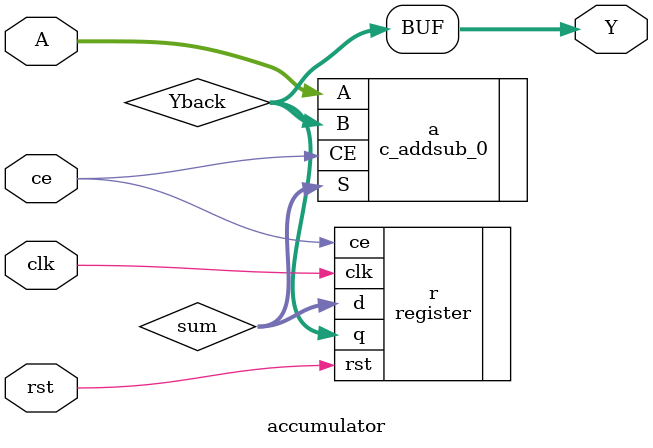
<source format=v>
`timescale 1ns / 1ps


module accumulator (
    input clk,
    input rst,
    input ce,
    input [10:0] A,
    output [31:0] Y
);

wire [31:0] sum;
wire [31:0] Yback;

c_addsub_0 a (
    .A(A),
    .B(Yback),
    .CE(ce),
    .S(sum)
);

register #(
    .N(32)
) r (
    .clk(clk),
    .rst(rst),
    .ce(ce),
    .d(sum),
    .q(Yback)
);

assign Y = Yback;

endmodule

</source>
